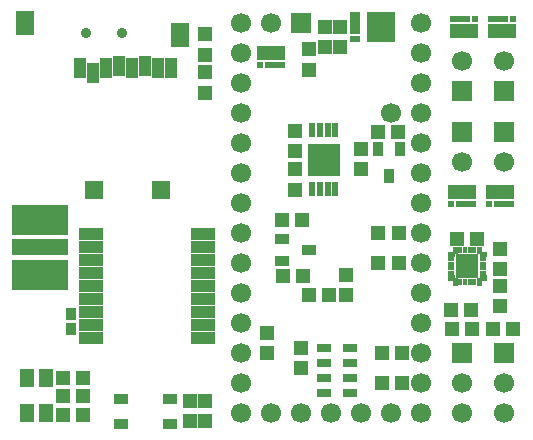
<source format=gbr>
G04 DipTrace 2.4.0.2*
%INTopMask.gbr*%
%MOIN*%
%ADD56C,0.0354*%
%ADD59R,0.0335X0.0492*%
%ADD61R,0.1063X0.1063*%
%ADD63R,0.0236X0.0472*%
%ADD65R,0.0787X0.0394*%
%ADD67R,0.0748X0.0827*%
%ADD69R,0.0236X0.0177*%
%ADD71R,0.0177X0.0236*%
%ADD73R,0.0512X0.0315*%
%ADD75R,0.063X0.0827*%
%ADD77R,0.0591X0.063*%
%ADD79R,0.0394X0.0669*%
%ADD85R,0.0492X0.0335*%
%ADD87R,0.0354X0.0433*%
%ADD89R,0.0925X0.1012*%
%ADD91R,0.0354X0.0244*%
%ADD93R,0.0354X0.0756*%
%ADD95R,0.0667X0.0197*%
%ADD97R,0.0217X0.0197*%
%ADD99R,0.0945X0.0453*%
%ADD101C,0.0669*%
%ADD103R,0.0512X0.063*%
%ADD105R,0.185X0.0579*%
%ADD107R,0.185X0.1001*%
%ADD109C,0.0669*%
%ADD111R,0.0669X0.0669*%
%ADD115R,0.0512X0.0472*%
%ADD117R,0.0472X0.0512*%
%FSLAX44Y44*%
G04*
G70*
G90*
G75*
G01*
%LNTopMask*%
%LPD*%
D117*
X16377Y5563D3*
Y6232D3*
D115*
X15625Y6563D3*
X14956D3*
D117*
X16377Y5001D3*
Y4331D3*
X9751Y2250D3*
Y2919D3*
D115*
X15437Y3563D3*
X14768D3*
X16812D3*
X16143D3*
X12438Y2750D3*
X13107D3*
X12438Y1750D3*
X13107D3*
X9813Y5313D3*
X9143D3*
D117*
X9564Y9501D3*
Y10170D3*
Y8876D3*
Y8207D3*
X10562Y13625D3*
Y12956D3*
D115*
X12314Y10126D3*
X12983D3*
D117*
X11751Y8876D3*
Y9545D3*
D115*
X14752Y4188D3*
X15421D3*
X9125Y7188D3*
X9794D3*
D117*
X10001Y12876D3*
Y12207D3*
D111*
X9750Y13750D3*
D109*
X8750D3*
D111*
X15125Y10125D3*
D109*
Y9125D3*
D111*
X16500Y10125D3*
D109*
Y9125D3*
D111*
X15125Y11500D3*
D109*
Y12500D3*
D111*
X16500Y11500D3*
D109*
Y12500D3*
D111*
X15125Y2750D3*
D109*
Y1750D3*
Y750D3*
D111*
X16500Y2750D3*
D109*
Y1750D3*
Y750D3*
D107*
X1063Y5359D3*
D105*
Y6281D3*
D107*
Y7203D3*
D103*
X1250Y750D3*
Y1931D3*
X620D3*
Y750D3*
D117*
X6062Y500D3*
Y1169D3*
D101*
X12750Y10750D3*
D99*
X15125Y8125D3*
D97*
X14761Y7741D3*
D95*
X15264D3*
D99*
X8750Y12750D3*
D97*
X8386Y12366D3*
D95*
X8889D3*
D99*
X16375Y8125D3*
D97*
X16011Y7741D3*
D95*
X16514D3*
D99*
X16438Y13500D3*
D97*
X16802Y13884D3*
D95*
X16299D3*
D99*
X15188Y13500D3*
D97*
X15552Y13884D3*
D95*
X15049D3*
D93*
X11563Y13750D3*
D91*
Y13238D3*
D89*
X12399Y13622D3*
D117*
X11251Y4688D3*
Y5357D3*
X6563Y13376D3*
Y12707D3*
Y11439D3*
Y12108D3*
X11063Y13625D3*
Y12956D3*
D115*
X13000Y6750D3*
X12331D3*
X13000Y5750D3*
X12331D3*
X1812Y1937D3*
X2482D3*
X1812Y687D3*
X2482D3*
X1812Y1313D3*
X2482D3*
X10689Y4688D3*
X10019D3*
D117*
X8626Y2750D3*
Y3420D3*
D87*
X2094Y4062D3*
Y3551D3*
D117*
X6563Y500D3*
Y1169D3*
D85*
X3750Y375D3*
X5384Y1221D3*
X3750D3*
X5384Y375D3*
D56*
X2596Y13433D3*
X3778D3*
D79*
X2375Y12250D3*
X2808Y12093D3*
X3241Y12250D3*
X3674Y12329D3*
X4107Y12250D3*
X4540Y12329D3*
X4973Y12250D3*
X5406D3*
D77*
X5090Y8195D3*
X2844D3*
D75*
X540Y13766D3*
X5718Y13372D3*
D85*
X9125Y6562D3*
Y5814D3*
X10031Y6188D3*
D73*
X10501Y1438D3*
Y1930D3*
Y2422D3*
Y2914D3*
X11367Y1438D3*
Y1930D3*
Y2422D3*
Y2914D3*
G36*
X15776Y5007D2*
Y5175D1*
X15708Y5243D1*
X15599D1*
Y5007D1*
X15776D1*
G37*
D71*
X15530Y5125D3*
X15373D3*
X15215D3*
X15058D3*
G36*
X14812Y5007D2*
Y5176D1*
X14880Y5243D1*
X14989D1*
Y5007D1*
X14812D1*
G37*
G36*
X14644Y5174D2*
X14813D1*
X14880Y5242D1*
Y5351D1*
X14644D1*
Y5174D1*
G37*
D69*
X14762Y5420D3*
Y5578D3*
Y5735D3*
Y5893D3*
D67*
X15294Y5656D3*
G36*
X14812Y6306D2*
Y6138D1*
X14880Y6070D1*
X14989D1*
Y6306D1*
X14812D1*
G37*
D71*
X15058Y6188D3*
X15215D3*
X15373D3*
X15530D3*
G36*
X15776Y6306D2*
Y6137D1*
X15708Y6070D1*
X15599D1*
Y6306D1*
X15776D1*
G37*
G36*
X15943Y6139D2*
X15775D1*
X15707Y6071D1*
Y5962D1*
X15943D1*
Y6139D1*
G37*
D69*
X15825Y5893D3*
Y5735D3*
Y5578D3*
Y5420D3*
G36*
X15943Y5174D2*
X15775D1*
X15707Y5242D1*
Y5351D1*
X15943D1*
Y5174D1*
G37*
G36*
X14644Y6139D2*
X14813D1*
X14880Y6071D1*
X14881Y5962D1*
X14644D1*
Y6139D1*
G37*
D65*
X2750Y3250D3*
Y3683D3*
Y4116D3*
Y4549D3*
Y4982D3*
Y5415D3*
Y5848D3*
Y6281D3*
Y6715D3*
X6490Y3250D3*
Y3683D3*
Y4116D3*
Y4549D3*
Y4982D3*
Y5415D3*
Y5848D3*
Y6281D3*
Y6715D3*
D63*
X10126Y8221D3*
X10382D3*
X10638D3*
X10894D3*
Y10189D3*
X10638D3*
X10382D3*
X10126D3*
D61*
X10510Y9205D3*
D59*
X13064Y9564D3*
X12316D3*
X12690Y8658D3*
D109*
X7750Y13750D3*
Y12750D3*
Y11750D3*
Y10750D3*
Y9750D3*
Y8750D3*
Y7750D3*
Y6750D3*
Y5750D3*
Y4750D3*
Y3750D3*
Y2750D3*
Y1750D3*
Y750D3*
X13750D3*
Y1750D3*
Y2750D3*
Y3750D3*
Y4750D3*
Y5750D3*
Y6750D3*
Y7750D3*
Y8750D3*
Y9750D3*
Y10750D3*
Y11750D3*
Y12750D3*
Y13750D3*
X12750Y750D3*
X11750D3*
X10750D3*
X9750D3*
X8750D3*
M02*

</source>
